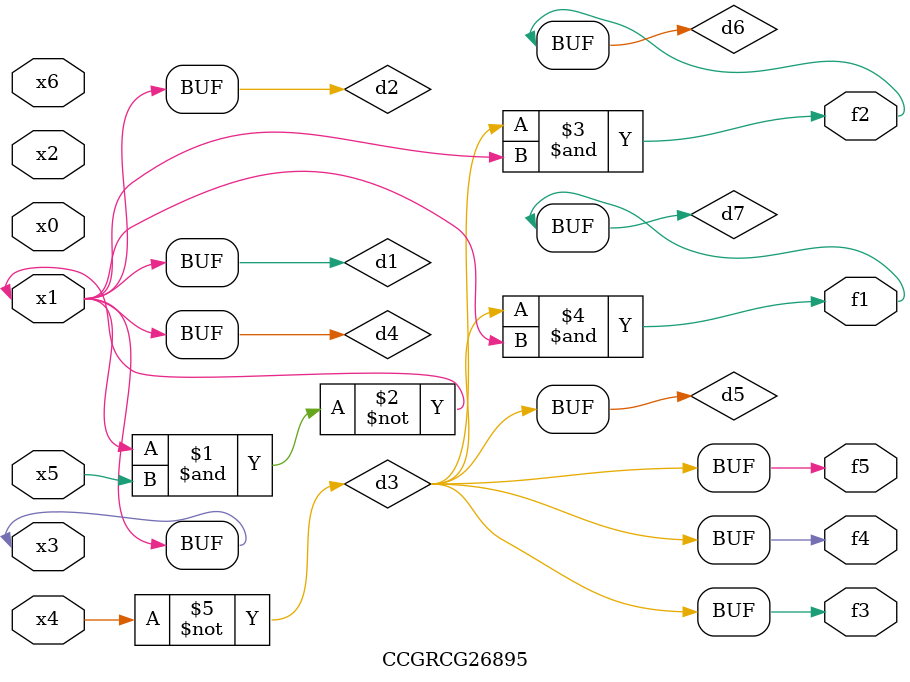
<source format=v>
module CCGRCG26895(
	input x0, x1, x2, x3, x4, x5, x6,
	output f1, f2, f3, f4, f5
);

	wire d1, d2, d3, d4, d5, d6, d7;

	buf (d1, x1, x3);
	nand (d2, x1, x5);
	not (d3, x4);
	buf (d4, d1, d2);
	buf (d5, d3);
	and (d6, d3, d4);
	and (d7, d3, d4);
	assign f1 = d7;
	assign f2 = d6;
	assign f3 = d5;
	assign f4 = d5;
	assign f5 = d5;
endmodule

</source>
